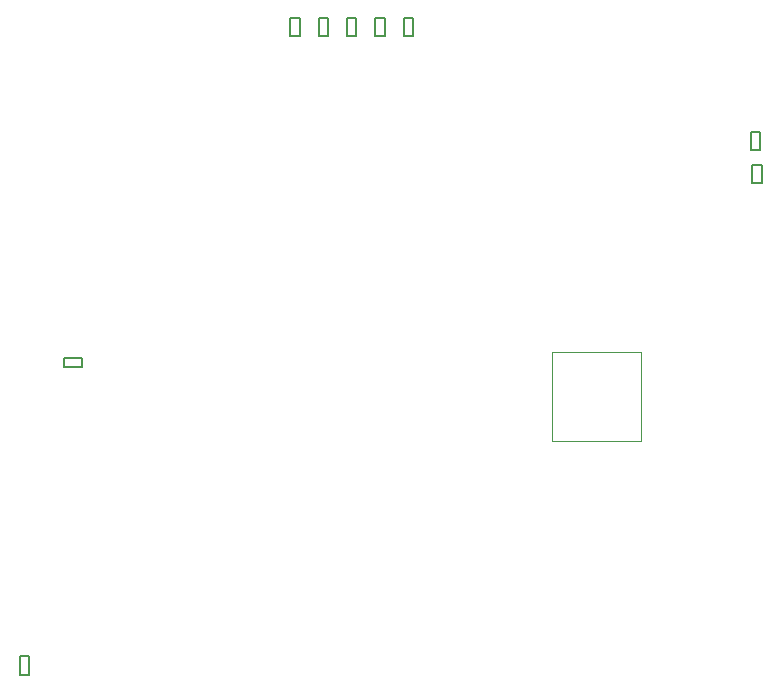
<source format=gbr>
%FSTAX23Y23*%
%MOIN*%
%SFA1B1*%

%IPPOS*%
%ADD140C,0.007874*%
%ADD249C,0.000039*%
%LNx98_carrier_v1r2_12082022_bottom_3d_body-1*%
%LPD*%
G54D140*
X01235Y02679D02*
Y0274D01*
X01203D02*
X01235D01*
X01203Y02679D02*
Y0274D01*
Y02679D02*
X01235D01*
X00207Y00548D02*
X00238D01*
X00207D02*
Y00611D01*
X00238*
Y00548D02*
Y00611D01*
X00355Y01576D02*
Y01607D01*
X00416*
Y01576D02*
Y01607D01*
X00355Y01576D02*
X00416D01*
X01298Y0274D02*
X01329D01*
Y02679D02*
Y0274D01*
X01298Y02679D02*
X01329D01*
X01298D02*
Y0274D01*
X02649Y02188D02*
X0268D01*
X02649D02*
Y02249D01*
X0268*
Y02188D02*
Y02249D01*
X02645Y02359D02*
X02676D01*
Y02298D02*
Y02359D01*
X02645Y02298D02*
X02676D01*
X02645D02*
Y02359D01*
X01487Y02679D02*
X01518D01*
X01487D02*
Y0274D01*
X01518*
Y02679D02*
Y0274D01*
X01392Y02679D02*
X01424D01*
X01392D02*
Y0274D01*
X01424*
Y02679D02*
Y0274D01*
X01109Y02679D02*
X0114D01*
X01109D02*
Y0274D01*
X0114*
Y02679D02*
Y0274D01*
G54D249*
X01982Y01625D02*
X02277D01*
X01982Y0133D02*
Y01625D01*
Y0133D02*
X02277D01*
Y01625D02*
Y0133D01*
M02*
</source>
